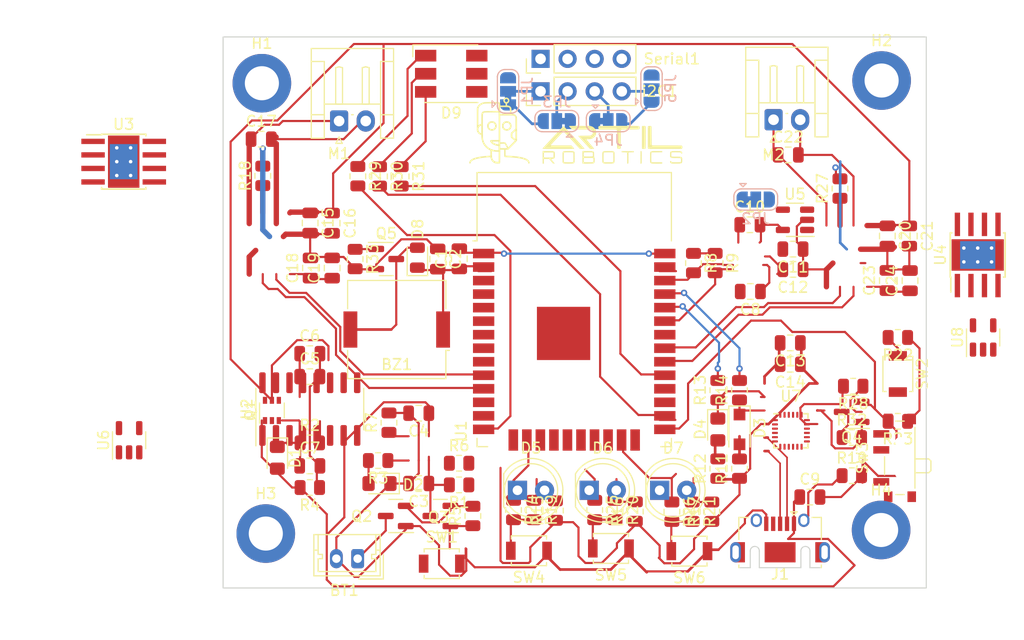
<source format=kicad_pcb>
(kicad_pcb (version 20211014) (generator pcbnew)
  (layers (0 "F.Cu" signal "Top") (31 "B.Cu" signal "Bottom") (34 "B.Paste" user) (35 "F.Paste" user) (36 "B.SilkS" user "B.Silkscreen") (37 "F.SilkS" user "F.Silkscreen") (38 "B.Mask" user) (39 "F.Mask" user) (44 "Edge.Cuts" user))
  (net 0 "")
  (net 1 "+9V")
  (net 2 "GND")
  (net 3 "+3V3")
  (net 4 "Net-(BZ1-Pad2)")
  (net 5 "+BATT")
  (net 6 "VBUS")
  (net 7 "/Motors/A02")
  (net 8 "+3V8")
  (net 9 "Net-(D2-Pad2)")
  (net 10 "Net-(D4-Pad2)")
  (net 11 "Net-(D5-Pad2)")
  (net 12 "Net-(D6-Pad2)")
  (net 13 "Net-(D7-Pad2)")
  (net 14 "Net-(D9-Pad1)")
  (net 15 "Net-(D9-Pad2)")
  (net 16 "Net-(D9-Pad3)")
  (net 17 "Net-(JP1-Pad2)")
  (net 18 "/Motors/A01")
  (net 19 "RTS")
  (net 20 "Boot")
  (net 21 "DTR")
  (net 22 "EN")
  (net 23 "TXD")
  (net 24 "RXD")
  (net 25 "/Motors/B02")
  (net 26 "/G_led")
  (net 27 "/Motors/B01")
  (net 28 "Net-(C20-Pad1)")
  (net 32 "TX2")
  (net 33 "RX2")
  (net 34 "+5V")
  (net 35 "Net-(JP3-Pad2)")
  (net 36 "Net-(JP4-Pad2)")
  (net 37 "Net-(JP5-Pad2)")
  (net 38 "Net-(JP2-Pad2)")
  (net 40 "Net-(C21-Pad1)")
  (net 42 "Net-(C24-Pad2)")
  (net 43 "Net-(J1-Pad6)")
  (net 44 "Net-(D1-Pad1)")
  (net 45 "Net-(D1-Pad2)")
  (net 46 "Net-(D2-Pad1)")
  (net 47 "/Sensors/IO1")
  (net 48 "/Sensors/IO2")
  (net 49 "/Sensors/IO3")
  (net 50 "/Brain/D+")
  (net 51 "/Brain/D-")
  (net 52 "/Brain/SCL")
  (net 53 "/Brain/SDA")
  (net 54 "Net-(Q1-Pad2)")
  (net 55 "Net-(Q1-Pad5)")
  (net 56 "Net-(Q3-Pad2)")
  (net 57 "Net-(Q4-Pad1)")
  (net 58 "/OutPuts/Buzzer")
  (net 59 "/Brain/Reset")
  (net 60 "Net-(R10-Pad1)")
  (net 61 "Net-(R11-Pad1)")
  (net 62 "/Brain/BattMeter")
  (net 63 "Net-(R13-Pad2)")
  (net 64 "Net-(R14-Pad1)")
  (net 65 "Net-(R17-Pad1)")
  (net 66 "/Sensors/SCL")
  (net 67 "/Sensors/SDA")
  (net 68 "Net-(R24-Pad2)")
  (net 69 "Net-(R25-Pad2)")
  (net 70 "Net-(R26-Pad2)")
  (net 71 "/OutPuts/R_led")
  (net 72 "/OutPuts/G_led")
  (net 73 "/OutPuts/B_led")
  (net 80 "/Brain/PWM_IN1A")
  (net 81 "/Brain/PWM_IN2A")
  (net 83 "/Brain/IO2")
  (net 84 "/Brain/R_led")
  (net 85 "/Brain/IO1")
  (net 92 "/Brain/IO3")
  (net 94 "/Brain/G_led")
  (net 95 "/Brain/B_led")
  (net 96 "/Brain/PWM_IN1B")
  (net 97 "/Brain/PWM_IN2B")
  (net 99 "/Brain/Buzzer")
  (net 112 "unconnected-(U8-Pad3)")
  (footprint "Button_Switch_SMD:SW_SPST_B3U-1000P" (layer "F.Cu") (at 101.1455 148.5535 180)
    (fp_text reference "SW4")
    (fp_text value "A")
  )
  (footprint "Package_SO:Texas_HTSOP-8-1EP_3.9x4.9mm_P1.27mm_EP2.95x4.9mm_Mask2.4x3.1mm_ThermalVias" (layer "F.Cu") (at 143.256 120.777 90)
    (fp_text reference "U4")
    (fp_text value "DRV8870DDA")
  )
  (footprint "LED_SMD:LED_0805_2012Metric_Pad1.15x1.40mm_HandSolder" (layer "F.Cu") (at 87.122 142.24 180)
    (fp_text reference "D2")
    (fp_text value "LED")
  )
  (footprint "Connector_JST:JST_EH_S2B-EH_1x02_P2.50mm_Horizontal" (layer "F.Cu") (at 124.099 108.077)
    (fp_text reference "M2")
    (fp_text value "Right")
  )
  (footprint "Sensor_Motion:InvenSense_QFN-24_3x3mm_P0.4mm" (layer "F.Cu") (at 125.73 137.287)
    (fp_text reference "U7")
    (fp_text value "MPU-9250")
  )
  (footprint "Capacitor_SMD:C_0805_2012Metric" (layer "F.Cu") (at 80.584 132.2015)
    (fp_text reference "C5")
    (fp_text value "10nF")
  )
  (footprint "Resistor_SMD:R_0805_2012Metric" (layer "F.Cu") (at 109.2245 144.7275 -90)
    (fp_text reference "R20")
    (fp_text value "1K")
  )
  (footprint "LED_SMD:LED_0805_2012Metric_Pad1.15x1.40mm_HandSolder" (layer "F.Cu") (at 118.872 137.16 -90)
    (fp_text reference "D4")
    (fp_text value "Done")
  )
  (footprint "Resistor_SMD:R_0805_2012Metric" (layer "F.Cu") (at 80.584 138.4245)
    (fp_text reference "R2")
    (fp_text value "10K")
  )
  (footprint "Capacitor_SMD:C_0805_2012Metric" (layer "F.Cu") (at 80.584 130.0425)
    (fp_text reference "C6")
    (fp_text value "0.1uF")
  )
  (footprint "Capacitor_SMD:C_0805_2012Metric" (layer "F.Cu") (at 82.677 117.79 -90)
    (fp_text reference "C16")
    (fp_text value "10uF")
  )
  (footprint "Capacitor_SMD:C_0805_2012Metric" (layer "F.Cu") (at 121.87748 117.94048)
    (fp_text reference "C10")
    (fp_text value "10uF")
  )
  (footprint "Capacitor_SMD:C_0805_2012Metric" (layer "F.Cu") (at 134.777 118.9915 -90)
    (fp_text reference "C20")
    (fp_text value "10uF")
  )
  (footprint "Resistor_SMD:R_0805_2012Metric" (layer "F.Cu") (at 80.584 142.6155 180)
    (fp_text reference "R4")
    (fp_text value "0")
  )
  (footprint "Capacitor_SMD:C_0805_2012Metric" (layer "F.Cu") (at 80.645 122.0025 90)
    (fp_text reference "C18")
    (fp_text value "1uF")
  )
  (footprint "MountingHole:MountingHole_3.2mm_M3_ISO14580_Pad_TopBottom" (layer "F.Cu") (at 134.192944 146.604056)
    (fp_text reference "H4")
    (fp_text value "MountingHole")
  )
  (footprint "Button_Switch_SMD:SW_SPST_B3U-1000P" (layer "F.Cu") (at 92.964 149.766)
    (fp_text reference "SW1")
    (fp_text value "Reset")
  )
  (footprint "Resistor_SMD:R_0805_2012Metric" (layer "F.Cu") (at 89.154 113.395 -90)
    (fp_text reference "R31")
    (fp_text value "1K")
  )
  (footprint "Package_TO_SOT_SMD:SOT-363_SC-70-6" (layer "F.Cu") (at 77.028 135.3765 90)
    (fp_text reference "Q1")
    (fp_text value "MBT3904DW1")
  )
  (footprint "Capacitor_SMD:C_0805_2012Metric" (layer "F.Cu") (at 125.91998 120.22648 180)
    (fp_text reference "C11")
    (fp_text value "0.1uF")
  )
  (footprint "Capacitor_SMD:C_0805_2012Metric" (layer "F.Cu") (at 125.665 131.039283 180)
    (fp_text reference "C14")
    (fp_text value "0.1uF")
  )
  (footprint "Resistor_SMD:R_0805_2012Metric" (layer "F.Cu") (at 87.122 113.395 -90)
    (fp_text reference "R30")
    (fp_text value "1K")
  )
  (footprint "Capacitor_SMD:C_0805_2012Metric" (layer "F.Cu") (at 125.665 129.032 180)
    (fp_text reference "C13")
    (fp_text value "3.3nF")
  )
  (footprint "Package_TO_SOT_SMD:SOT-23-5" (layer "F.Cu") (at 63.627 138.176 90)
    (fp_text reference "U6")
    (fp_text value "AP2112K-3.3")
  )
  (footprint "Resistor_SMD:R_0805_2012Metric" (layer "F.Cu") (at 85.09 113.379 -90)
    (fp_text reference "R29")
    (fp_text value "3K")
  )
  (footprint "Resistor_SMD:R_0805_2012Metric" (layer "F.Cu") (at 116.586 121.539 -90)
    (fp_text reference "R8")
    (fp_text value "100")
  )
  (footprint "Resistor_SMD:R_0805_2012Metric" (layer "F.Cu") (at 118.872 133.477 90)
    (fp_text reference "R13")
    (fp_text value "10K")
  )
  (footprint "Resistor_SMD:R_0805_2012Metric" (layer "F.Cu") (at 120.904 133.477 90)
    (fp_text reference "R14")
    (fp_text value "1K")
  )
  (footprint "MountingHole:MountingHole_3.2mm_M3_ISO14580_Pad_TopBottom" (layer "F.Cu") (at 76.086 104.648)
    (fp_text reference "H1")
    (fp_text value "MountingHole")
  )
  (footprint "Resistor_SMD:R_0805_2012Metric" (layer "F.Cu") (at 116.4635 144.8865 -90)
    (fp_text reference "R21")
    (fp_text value "1.5K")
  )
  (footprint "Resistor_SMD:R_0805_2012Metric" (layer "F.Cu") (at 135.763 128.524 180)
    (fp_text reference "R22")
    (fp_text value "1.5K")
  )
  (footprint "Capacitor_SMD:C_0805_2012Metric" (layer "F.Cu") (at 125.476 111.379)
    (fp_text reference "C22")
    (fp_text value "0.1uF")
  )
  (footprint "MountingHole:MountingHole_3.2mm_M3_ISO14580_Pad_TopBottom" (layer "F.Cu") (at 76.454 146.939)
    (fp_text reference "H3")
    (fp_text value "MountingHole")
  )
  (footprint "Capacitor_SMD:C_0805_2012Metric" (layer "F.Cu") (at 80.615 117.775 -90)
    (fp_text reference "C15")
    (fp_text value "10uF")
  )
  (footprint "Resistor_SMD:R_0805_2012Metric" (layer "F.Cu") (at 135.763 136.398 180)
    (fp_text reference "R23")
    (fp_text value "2.21K")
  )
  (footprint "Connector_Molex:Molex_Micro-Latch_53253-0270_1x02_P2.00mm_Vertical" (layer "F.Cu") (at 85.074 149.296 180)
    (fp_text reference "BT1")
    (fp_text value "2S")
  )
  (footprint "LED_THT:LED_D5.0mm" (layer "F.Cu") (at 106.802 142.875)
    (fp_text reference "D6")
    (fp_text value "Amarillo")
  )
  (footprint "Resistor_SMD:R_0805_2012Metric" (layer "F.Cu") (at 118.305 144.8865 90)
    (fp_text reference "R17")
    (fp_text value "2K")
  )
  (footprint "Diode_SMD:D_SOD-123F" (layer "F.Cu") (at 120.904 137.16 -90)
    (fp_text reference "D3")
    (fp_text value "MBR1020VL")
  )
  (footprint "Resistor_SMD:R_0805_2012Metric" (layer "F.Cu") (at 131.445 141.502717)
    (fp_text reference "R10")
    (fp_text value "0.2")
  )
  (footprint "Connector_PinHeader_2.54mm:PinHeader_1x04_P2.54mm_Vertical" (layer "F.Cu") (at 102.235 105.41 90)
    (fp_text reference "i2C1")
    (fp_text value "5V GND SCL SDA")
  )
  (footprint "LED_SMD:LED_RGB_5050-6" (layer "F.Cu") (at 93.853 103.759)
    (fp_text reference "D9")
    (fp_text value "LED_RGBK")
  )
  (footprint "MountingHole:MountingHole_3.2mm_M3_ISO14580_Pad_TopBottom" (layer "F.Cu") (at 134.239 104.394)
    (fp_text reference "H2")
    (fp_text value "MountingHole")
  )
  (footprint "LED_THT:LED_D5.0mm" (layer "F.Cu") (at 100.071 142.875)
    (fp_text reference "D5")
    (fp_text value "Verde")
  )
  (footprint "Connector_JST:JST_EH_S2B-EH_1x02_P2.50mm_Horizontal" (layer "F.Cu") (at 83.332 108.1965)
    (fp_text reference "M1")
    (fp_text value "Left")
  )
  (footprint "Package_TO_SOT_SMD:SOT-23" (layer "F.Cu") (at 87.757 121.158)
    (fp_text reference "Q5")
    (fp_text value "DMG3406L")
  )
  (footprint "Resistor_SMD:R_0805_2012Metric" (layer "F.Cu") (at 99.6995 144.7275 -90)
    (fp_text reference "R24")
    (fp_text value "1K")
  )
  (footprint "Capacitor_SMD:C_0805_2012Metric" (layer "F.Cu") (at 80.584 140.5835)
    (fp_text reference "C7")
    (fp_text value "47uF")
  )
  (footprint "LOGO" (layer "F.Cu") (at 105.537 109.093)
    (fp_text reference "G***" hide)
    (fp_text value "LOGO" hide)
  )
  (footprint "Resistor_SMD:R_0805_2012Metric" (layer "F.Cu") (at 118.618 121.539 -90)
    (fp_text reference "R9")
    (fp_text value "100")
  )
  (footprint "Capacitor_SMD:C_0805_2012Metric" (layer "F.Cu") (at 121.92 124.206 180)
    (fp_text reference "C8")
    (fp_text value "3.3nF")
  )
  (footprint "Capacitor_SMD:C_0805_2012Metric" (layer "F.Cu") (at 90.805 142.24 180)
    (fp_text reference "C3")
    (fp_text value "10uF")
  )
  (footprint "Resistor_SMD:R_0805_2012Metric" (layer "F.Cu") (at 84.836 121.158 -90)
    (fp_text reference "R33")
    (fp_text value "100K")
  )
  (footprint "Resistor_SMD:R_0805_2012Metric" (layer "F.Cu") (at 120.904 140.843 90)
    (fp_text reference "R11")
    (fp_text value "0.2")
  )
  (footprint "Capacitor_SMD:C_0805_2012Metric" (layer "F.Cu") (at 94.615 121.1365 90)
    (fp_text reference "C1")
    (fp_text value "10uF")
  )
  (footprint "Resistor_SMD:R_0805_2012Metric" (layer "F.Cu") (at 114.5585 144.8865 -90)
    (fp_text reference "R26")
    (fp_text value "1.5K")
  )
  (footprint "Resistor_SMD:R_0805_2012Metric" (layer "F.Cu") (at 86.995 140.081 180)
    (fp_text reference "R3")
    (fp_text value "1K")
  )
  (footprint "Resistor_SMD:R_0805_2012Metric" (layer "F.Cu") (at 107.3195 144.7275 -90)
    (fp_text reference "R25")
    (fp_text value "1K")
  )
  (footprint "Connector_PinHeader_2.54mm:PinHeader_1x04_P2.54mm_Vertical" (layer "F.Cu") (at 102.235 102.362 90)
    (fp_text reference "Serial1")
    (fp_text value "5V RX TX GND")
  )
  (footprint "Capacitor_SMD:C_0805_2012Metric" (layer "F.Cu") (at 136.906 123.19 90)
    (fp_text reference "C24")
    (fp_text value "0.1uF")
  )
  (footprint "Resistor_SMD:R_0805_2012Metric" (layer "F.Cu") (at 103.632 144.78 90)
    (fp_text reference "R15")
    (fp_text value "100K")
  )
  (footprint "LED_SMD:LED_0805_2012Metric_Pad1.15x1.40mm_HandSolder" (layer "F.Cu") (at 77.536 139.8215 -90)
    (fp_text reference "D1")
    (fp_text value "LED")
  )
  (footprint "Resistor_SMD:R_0805_2012Metric" (layer "F.Cu") (at 131.445 137.922)
    (fp_text reference "R32")
    (fp_text value "1K")
  )
  (footprint "Capacitor_SMD:C_0805_2012Metric" (layer "F.Cu") (at 82.682 122.0025 90)
    (fp_text reference "C19")
    (fp_text value "10uF")
  )
  (footprint "Resistor_SMD:R_0805_2012Metric" (layer "F.Cu") (at 111.1295 144.8705 90)
    (fp_text reference "R16")
    (fp_text value "1M")
  )
  (footprint "Resistor_SMD:R_0805_2012Metric" (layer "F.Cu") (at 94.5915 142.367 180)
    (fp_text reference "R1")
    (fp_text value "10K")
  )
  (footprint "Resistor_SMD:R_0805_2012Metric" (layer "F.Cu") (at 118.872 140.843 90)
    (fp_text reference "R12")
    (fp_text value "2M")
  )
  (footprint "Capacitor_SMD:C_0805_2012Metric" (layer "F.Cu") (at 127.508 143.51)
    (fp_text reference "C9")
    (fp_text value "0.1uF")
  )
  (footprint "Capacitor_SMD:C_0805_2012Metric" (layer "F.Cu") (at 76.023 109.901)
    (fp_text reference "C17")
    (fp_text value "10uF")
  )
  (footprint "Package_TO_SOT_SMD:SOT-23" (layer "F.Cu") (at 88.646 145.288 180)
    (fp_text reference "Q2")
    (fp_text value "DMG2301L")
  )
  (footprint "Package_SO:Texas_HTSOP-8-1EP_3.9x4.9mm_P1.27mm_EP2.95x4.9mm_Mask2.4x3.1mm_ThermalVias" (layer "F.Cu") (at 63.119 112.014)
    (fp_text reference "U3")
    (fp_text value "DRV8870DDA")
  )
  (footprint "Resistor_SMD:R_0805_2012Metric" (layer "F.Cu") (at 130.332 114.539 90)
    (fp_text reference "R27")
    (fp_text value "3K")
  )
  (footprint "Capacitor_SMD:C_0805_2012Metric" (layer "F.Cu") (at 136.839 118.999 -90)
    (fp_text reference "C21")
    (fp_text value "10uF")
  )
  (footprint "Resistor_SMD:R_0805_2012Metric" (layer "F.Cu") (at 101.6045 144.7275 -90)
    (fp_text reference "R19")
    (fp_text value "1K")
  )
  (footprint "Resistor_SMD:R_0805_2012Metric" (layer "F.Cu") (at 95.885 145.288 90)
    (fp_text reference "R5")
    (fp_text value "1K")
  )
  (footprint "Diode_SMD:D_0805_2012Metric" (layer "F.Cu") (at 90.678 121.031 90)
    (fp_text reference "D8")
    (fp_text value "1N4151")
  )
  (footprint "LED_THT:LED_D5.0mm" (layer "F.Cu") (at 113.411 142.875)
    (fp_text reference "D7")
    (fp_text value "Rojo")
  )
  (footprint "Capacitor_SMD:C_0805_2012Metric" (layer "F.Cu") (at 125.91998 122.13148 180)
    (fp_text reference "C12")
    (fp_text value "47uF")
  )
  (footprint "Package_SO:SOIC-16_3.9x9.9mm_P1.27mm" (layer "F.Cu") (at 80.584 135.2495 90)
    (fp_text reference "U2")
    (fp_text value "CH340C")
  )
  (footprint "Button_Switch_SMD:SW_SPDT_PCM12" (layer "F.Cu") (at 135.636 139.827 90)
    (fp_text reference "SW3")
    (fp_text value "SW_SPDT")
  )
  (footprint "Button_Switch_SMD:SW_SPST_B3U-1000P" (layer "F.Cu") (at 108.839 148.336 180)
    (fp_text reference "SW5")
    (fp_text value "B")
  )
  (footprint "Capacitor_SMD:C_0805_2012Metric" (layer "F.Cu") (at 90.805 135.636 180)
    (fp_text reference "C4")
    (fp_text value "10uF")
  )
  (footprint "RF_Module:ESP32-WROOM-32" (layer "F.Cu") (at 105.394 128.898)
    (fp_text reference "U1")
    (fp_text value "ESP32-WROOM-32")
  )
  (footprint "Package_TO_SOT_SMD:SOT-23" (layer "F.Cu") (at 92.837 145.288 180)
    (fp_text reference "Q3")
    (fp_text value "DMG2301L")
  )
  (footprint "Button_Switch_SMD:SW_SPST_B3U-1000P" (layer "F.Cu") (at 135.763 131.953 90)
    (fp_text reference "SW2")
    (fp_text value "Boot")
  )
  (footprint "Resistor_SMD:R_0805_2012Metric" (layer "F.Cu") (at 94.5915 140.335)
    (fp_text reference "R6")
    (fp_text value "1K")
  )
  (footprint "Button_Switch_SMD:SW_SPST_B3U-1000P" (layer "F.Cu") (at 116.205 148.59 180)
    (fp_text reference "SW6")
    (fp_text value "C")
  )
  (footprint "Package_TO_SOT_SMD:SOT-23-5" (layer "F.Cu") (at 143.764 128.524 90)
    (fp_text reference "U8")
    (fp_text value "LP2985-3.3")
  )
  (footprint "Buzzer_Beeper:Buzzer_Murata_PKMCS0909E" (layer "F.Cu") (at 88.741 127.778 180)
    (fp_text reference "BZ1")
    (fp_text value "Buzzer")
  )
  (footprint "Connector_USB:USB_Micro-AB_Molex_47590-0001" (layer "F.Cu") (at 124.714 148.695)
    (fp_text reference "J1")
    (fp_text value "USB_B_Micro")
    (fp_line (start 1.95 -0.125) (end 1.95 1.45) (layer "Edge.Cuts") (width 0.1))
    (fp_line (start 2.8 1.45) (end 3.75 1.45) (layer "Edge.Cuts") (width 0.1))
    (fp_line (start -1.95 1.45) (end 1.95 1.45) (layer "Edge.Cuts") (width 0.1))
    (fp_line (start -2.8 -0.125) (end -2.8 1.45) (layer "Edge.Cuts") (width 0.1))
    (fp_line (start 2.8 -0.125) (end 2.8 1.45) (layer "Edge.Cuts") (width 0.1))
    (fp_line (start -3.75 1.45) (end -2.8 1.45) (layer "Edge.Cuts") (width 0.1))
    (fp_line (start -1.95 -0.125) (end -1.95 1.45) (layer "Edge.Cuts") (width 0.1))
    (fp_arc (start -2.8 -0.125) (mid -2.375 -0.55) (end -1.95 -0.125) (layer "Edge.Cuts") (width 0.1))
    (fp_arc (start 1.95 -0.125) (mid 2.375 -0.55) (end 2.8 -0.125) (layer "Edge.Cuts") (width 0.1))
  )
  (footprint "Resistor_SMD:R_0805_2012Metric" (layer "F.Cu") (at 88.011 136.525 90)
    (fp_text reference "R7")
    (fp_text value "1K")
  )
  (footprint "Resistor_SMD:R_0805_2012Metric" (layer "F.Cu") (at 131.572 133.096 180)
    (fp_text reference "R28")
    (fp_text value "3K")
  )
  (footprint "Resistor_SMD:R_0805_2012Metric" (layer "F.Cu") (at 76.17 113.345 90)
    (fp_text reference "R18")
    (fp_text value "100K")
  )
  (footprint "Capacitor_SMD:C_0805_2012Metric" (layer "F.Cu") (at 134.777 123.175 90)
    (fp_text reference "C23")
    (fp_text value "2.2nF")
  )
  (footprint "Package_TO_SOT_SMD:SOT-23-5" (layer "F.Cu") (at 126.111 117.475 180)
    (fp_text reference "U5")
    (fp_text value "MCP73831-3-OT")
  )
  (footprint "Capacitor_SMD:C_0805_2012Metric" (layer "F.Cu") (at 92.583 121.158 -90)
    (fp_text reference "C2")
    (fp_text value "0.1uF")
  )
  (footprint "Package_TO_SOT_SMD:SOT-23" (layer "F.Cu") (at 131.429 135.509 180)
    (fp_text reference "Q4")
    (fp_text value "DMG2301L")
  )
  (footprint "Jumper:SolderJumper-3_P1.3mm_Bridged12_RoundedPad1.0x1.5mm" (layer "B.Cu") (at 112.649 105.156 90)
    (fp_text reference "JP5")
    (fp_text value "I2C Ad")
  )
  (footprint "Jumper:SolderJumper-3_P1.3mm_Bridged12_RoundedPad1.0x1.5mm" (layer "B.Cu") (at 108.585 108.204)
    (fp_text reference "JP4")
    (fp_text value "I2C Ad")
  )
  (footprint "Jumper:SolderJumper-3_P1.3mm_Bridged12_RoundedPad1.0x1.5mm" (layer "B.Cu") (at 103.759 108.204 180)
    (fp_text reference "JP3")
    (fp_text value "I2C Ad")
  )
  (footprint "Jumper:SolderJumper-3_P1.3mm_Bridged12_RoundedPad1.0x1.5mm" (layer "B.Cu") (at 122.428 115.57)
    (fp_text reference "JP2")
    (fp_text value "I2C Ad")
  )
  (footprint "Jumper:SolderJumper-3_P1.3mm_Bridged12_RoundedPad1.0x1.5mm" (layer "B.Cu") (at 99.187 105.41 90)
    (fp_text reference "JP1")
    (fp_text value "I2C Ad")
  )
  (gr_rect (start 72.446 100.302) (end 138.43 152.047) (layer "Edge.Cuts") (width 0.1) (fill none))
  (segment (start 89.5835 146.238) (end 89.5835 146.563638) (width 0.2) (layer "F.Cu") (net 2))
  (segment (start 123.255 132.842) (end 123.255 132.1825) (width 0.25) (layer "F.Cu") (net 2))
  (segment (start 110.5925 148.9675) (end 112.1945 150.5695) (width 0.25) (layer "F.Cu") (net 2))
  (segment (start 102.8455 148.5535) (end 102.8455 149.0945) (width 0.25) (layer "F.Cu") (net 2))
  (segment (start 96.057515 150.102522) (end 95.214 149.259007) (width 0.2) (layer "F.Cu") (net 2))
  (segment (start 95.263521 150.427174) (end 95.263521 148.385521) (width 0.2) (layer "F.Cu") (net 2))
  (segment (start 81.2425 142.3615) (end 81.4965 142.6155) (width 0.2) (layer "F.Cu") (net 2))
  (segment (start 116.0535 150.4905) (end 118.0855 148.4585) (width 0.25) (layer "F.Cu") (net 2))
  (segment (start 129.727797 151.895511) (end 131.699 149.924308) (width 0.2) (layer "F.Cu") (net 2))
  (segment (start 87.522382 134.61148) (end 83.82 138.313862) (width 0.2) (layer "F.Cu") (net 2))
  (segment (start 83.82 138.313862) (end 83.82 145.415) (width 0.2) (layer "F.Cu") (net 2))
  (segment (start 81.534 140.5835) (end 81.2425 140.875) (width 0.2) (layer "F.Cu") (net 2))
  (segment (start 105.2875 145.8705) (end 105.7955 146.3785) (width 0.2) (layer "F.Cu") (net 2))
  (segment (start 88.011 135.6125) (end 89.8315 135.6125) (width 0.2) (layer "F.Cu") (net 2))
  (segment (start 82.17448 147.06052) (end 82.17448 151.269502) (width 0.2) (layer "F.Cu") (net 2))
  (segment (start 88.147 142.24) (end 83.074 147.313) (width 0.2) (layer "F.Cu") (net 2))
  (segment (start 91.43148 134.61148) (end 87.522382 134.61148) (width 0.2) (layer "F.Cu") (net 2))
  (segment (start 93.679 142.367) (end 91.882 142.367) (width 0.2) (layer "F.Cu") (net 2))
  (segment (start 76.078 136.314) (end 76.078 139.7635) (width 0.2) (layer "F.Cu") (net 2))
  (segment (start 119.68402 133.57748) (end 118.872 134.3895) (width 0.2) (layer "F.Cu") (net 2))
  (segment (start 93.745521 150.895521) (end 94.795174 150.895521) (width 0.2) (layer "F.Cu") (net 2))
  (segment (start 122.914283 136.652) (end 121.90352 137.662763) (width 0.2) (layer "F.Cu") (net 2))
  (segment (start 81.25 118.8275) (end 78.3225 118.8275) (width 0.5) (layer "F.Cu") (net 2))
  (segment (start 91.8995 142.3845) (end 91.755 142.24) (width 0.2) (layer "F.Cu") (net 2))
  (segment (start 82.800489 151.895511) (end 129.727797 151.895511) (width 0.2) (layer "F.Cu") (net 2))
  (segment (start 132.4825 140.105717) (end 132.4825 142.100217) (width 0.25) (layer "F.Cu") (net 2))
  (segment (start 118.305 145.8865) (end 120.904 143.2875) (width 0.2) (layer "F.Cu") (net 2))
  (segment (start 83.754 120.965) (end 84.836 122.047) (width 0.2) (layer "F.Cu") (net 2))
  (segment (start 77.536 141.2215) (end 78.93 142.6155) (width 0.2) (layer "F.Cu") (net 2))
  (segment (start 123.293 120.91548) (end 123.75398 120.91548) (width 0.2) (layer "F.Cu") (net 2))
  (segment (start 91.882 142.367) (end 91.755 142.24) (width 0.2) (layer "F.Cu") (net 2))
  (segment (start 92.815506 120.566) (end 97.037 120.566) (width 0.2) (layer "F.Cu") (net 2))
  (segment (start 101.696478 150.102522) (end 96.057515 150.102522) (width 0.2) (layer "F.Cu") (net 2))
  (segment (start 123.414 145.145) (end 123.414 146.02) (width 0.2) (layer "F.Cu") (net 2))
  (segment (start 136.839 120.0365) (end 136.839 122.0855) (width 0.2) (layer "F.Cu") (net 2))
  (segment (start 91.755 140.0755) (end 91.755 142.24) (width 0.2) (layer "F.Cu") (net 2))
  (segment (start 122.91498 117.94048) (end 124.48898 117.94048) (width 0.2) (layer "F.Cu") (net 2))
  (segment (start 95.263521 148.385521) (end 95.214 148.336) (width 0.2) (layer "F.Cu") (net 2))
  (segment (start 132.4825 142.100217) (end 132.445 142.137717) (width 0.25) (layer "F.Cu") (net 2))
  (segment (start 121.412 145.972) (end 121.412 145.505953) (width 0.2) (layer "F.Cu") (net 2))
  (segment (start 78.3225 118.8275) (end 78.105 119.045) (width 0.5) (layer "F.Cu") (net 2))
  (segment (start 98.4785 149.485522) (end 98.695989 149.703011) (width 0.2) (layer "F.Cu") (net 2))
  (segment (start 81.2425 140.875) (end 81.2425 142.3615) (width 0.2) (layer "F.Cu") (net 2))
  (segment (start 88.147 142.24) (end 89.855 142.24) (width 0.2) (layer "F.Cu") (net 2))
  (segment (start 80.584 139.6335) (end 81.534 140.5835) (width 0.2) (layer "F.Cu") (net 2))
  (segment (start 116.6395 148.403522) (end 116.6395 147.4425) (width 0.2) (layer "F.Cu") (net 2))
  (segment (start 84.881 122.124) (end 84.677 121.92) (width 0.2) (layer "F.Cu") (net 2))
  (segment (start 112.2735 150.4905) (end 112.1945 150.5695) (width 0.2) (layer "F.Cu") (net 2))
  (segment (start 125.463511 147.445489) (end 126.014 146.895) (width 0.2) (layer "F.Cu") (net 2))
  (segment (start 82.17448 145.11848) (end 82.17448 147.06052) (width 0.2) (layer "F.Cu") (net 2))
  (segment (start 92.71 148.036711) (end 92.71 149.86) (width 0.2) (layer "F.Cu") (net 2))
  (segment (start 126.014 143.9665) (end 126.4705 143.51) (width 0.2) (layer "F.Cu") (net 2))
  (segment (start 82.682 120.965) (end 80.65 120.965) (width 0.2) (layer "F.Cu") (net 2))
  (segment (start 113.411 149.147) (end 113.3375 149.2205) (width 0.2) (layer "F.Cu") (net 2))
  (segment (start 126.014 146.895) (end 126.014 146.02) (width 0.2) (layer "F.Cu") (net 2))
  (segment (start 102.8455 148.5535) (end 102.8455 148.9535) (width 0.2) (layer "F.Cu") (net 2))
  (segment (start 80.584 133.1515) (end 80.584 136.387) (width 0.2) (layer "F.Cu") (net 2))
  (segment (start 97.037 120.566) (end 98.722 120.566) (width 0.2) (layer "F.Cu") (net 2))
  (segment (start 93.7745 146.238) (end 95.8475 146.238) (width 0.2) (layer "F.Cu") (net 2))
  (segment (start 124.48898 117.94048) (end 124.9735 118.425) (width 0.2) (layer "F.Cu") (net 2))
  (segment (start 133.903783 141.527) (end 135.636 141.527) (width 0.2) (layer "F.Cu") (net 2))
  (segment (start 76.078 139.7635) (end 77.536 141.2215) (width 0.2) (layer "F.Cu") (net 2))
  (segment (start 91.755 135.636) (end 91.755 137.8005) (width 0.2) (layer "F.Cu") (net 2))
  (segment (start 92.71 149.86) (end 93.745521 150.895521) (width 0.2) (layer "F.Cu") (net 2))
  (segment (start 82.17448 151.269502) (end 82.800489 151.895511) (width 0.2) (layer "F.Cu") (net 2))
  (segment (start 90.911289 146.238) (end 92.71 148.036711) (width 0.2) (layer "F.Cu") (net 2))
  (segment (start 87.7085 145.288) (end 87.7085 146.6615) (width 0.2) (layer "F.Cu") (net 2))
  (segment (start 136.839 122.0855) (end 136.906 122.1525) (width 0.2) (layer "F.Cu") (net 2))
  (segment (start 113.3375 149.2205) (end 113.8455 149.7285) (width 0.2) (layer "F.Cu") (net 2))
  (segment (start 91.755 140.0755) (end 91.755 139.727283) (width 0.2) (layer "F.Cu") (net 2))
  (segment (start 120.904 141.843) (end 118.618 141.843) (width 0.25) (layer "F.Cu") (net 2))
  (segment (start 123.03948 144.77048) (end 123.414 145.145) (width 0.2) (layer "F.Cu") (net 2))
  (segment (start 132.267 120.239) (end 135.222 120.239) (width 0.5) (layer "F.Cu") (net 2))
  (segment (start 77.0605 109.901) (end 83.754638 109.901) (width 0.2) (layer "F.Cu") (net 2))
  (segment (start 124.6275 130.81) (end 124.6275 128.778) (width 0.25) (layer "F.Cu") (net 2))
  (segment (start 110.5925 148.5535) (end 110.5925 148.9675) (width 0.25) (layer "F.Cu") (net 2))
  (segment (start 113.8455 149.7285) (end 115.314522 149.7285) (width 0.2) (layer "F.Cu") (net 2))
  (segment (start 122.147473 144.77048) (end 123.03948 144.77048) (width 0.2) (layer "F.Cu") (net 2))
  (segment (start 136.891 122.1375) (end 136.906 122.1525) (width 0.2) (layer "F.Cu") (net 2))
  (segment (start 91.8995 145.288) (end 91.8995 142.3845) (width 0.2) (layer "F.Cu") (net 2))
  (segment (start 120.904 143.2875) (end 120.904 141.843) (width 0.2) (layer "F.Cu") (net 2))
  (segment (start 128.205 132.842) (end 127.441072 132.842) (width 0.25) (layer "F.Cu") (net 2))
  (segment (start 107.980989 149.703011) (end 109.4005 148.2835) (width 0.2) (layer "F.Cu") (net 2))
  (segment (start 95.8475 146.238) (end 95.885 146.2005) (width 0.2) (layer "F.Cu") (net 2))
  (segment (start 91.755 134.935) (end 91.43148 134.61148) (width 0.2) (layer "F.Cu") (net 2))
  (segment (start 113.953 120.65) (end 114.037 120.566) (width 0.2) (layer "F.Cu") (net 2))
  (segment (start 86.8195 122.108) (end 86.8195 121.659783) (width 0.2) (layer "F.Cu") (net 2))
  (segment (start 89.5835 146.563638) (end 85.144138 151.003) (width 0.2) (layer "F.Cu") (net 2))
  (segment (start 90.805 140.0755) (end 90.805 141.29) (width 0.2) (layer "F.Cu") (net 2))
  (segment (start 128.5455 143.51) (end 130.437717 143.51) (width 0.2) (layer "F.Cu") (net 2))
  (segment (start 121.412 145.505953) (end 122.147473 144.77048) (width 0.2) (layer "F.Cu") (net 2))
  (segment (start 86.7875 122.124) (end 84.881 122.124) (width 0.2) (layer "F.Cu") (net 2))
  (segment (start 84.781 151.003) (end 83.074 149.296) (width 0.2) (layer "F.Cu") (net 2))
  (segment (start 80.615 118.8125) (end 82.759 118.8125) (width 0.2) (layer "F.Cu") (net 2))
  (segment (start 116.0535 150.4905) (end 112.2735 150.4905) (width 0.2) (layer "F.Cu") (net 2))
  (segment (start 108.8305 150.3155) (end 110.5925 148.5535) (width 0.25) (layer "F.Cu") (net 2))
  (segment (start 105.7955 149.055522) (end 106.442989 149.703011) (width 0.2) (layer "F.Cu") (net 2))
  (segment (start 94.795174 150.895521) (end 95.263521 150.427174) (width 0.2) (layer "F.Cu") (net 2))
  (segment (start 85.459138 108.1965) (end 85.832 108.1965) (width 0.2) (layer "F.Cu") (net 2))
  (segment (start 113.411 148.0645) (end 113.411 149.147) (width 0.2) (layer "F.Cu") (net 2))
  (segment (start 80.615 118.8125) (end 80.615 120.93) (width 0.2) (layer "F.Cu") (net 2))
  (segment (start 109.4005 147.846478) (end 111.4325 145.814478) (width 0.2) (layer "F.Cu") (net 2))
  (segment (start 111.1295 145.783) (end 113.411 148.0645) (width 0.2) (layer "F.Cu") (net 2))
  (segment (start 81.2525 118.825) (end 81.25 118.8275) (width 0.25) (layer "F.Cu") (net 2))
  (segment (start 89.855 135.636) (end 90.805 136.586) (width 0.2) (layer "F.Cu") (net 2))
  (segment (start 81.534 130.0425) (end 81.534 132.2015) (width 0.2) (layer "F.Cu") (net 2))
  (segment (start 132.4825 140.105717) (end 133.903783 141.527) (width 0.2) (layer "F.Cu") (net 2))
  (segment (start 101.2725 149.5535) (end 101.2725 148.227478) (width 0.2) (layer "F.Cu") (net 2))
  (segment (start 106.442989 149.703011) (end 107.980989 149.703011) (width 0.2) (layer "F.Cu") (net 2))
  (segment (start 82.682 120.965) (end 83.754 120.965) (width 0.2) (layer "F.Cu") (net 2))
  (segment (start 126.014 146.02) (end 126.014 143.9665) (width 0.2) (layer "F.Cu") (net 2))
  (segment (start 79.6715 142.6155) (end 82.17448 145.11848) (width 0.2) (layer "F.Cu") (net 2))
  (segment (start 81.534 132.2015) (end 80.584 133.1515) (width 0.2) (layer "F.Cu") (net 2))
  (segment (start 89.5835 146.238) (end 90.911289 146.238) (width 0.2) (layer "F.Cu") (net 2))
  (segment (start 83.82 145.415) (end 82.17448 147.06052) (width 0.2) (layer "F.Cu") (net 2))
  (segment (start 121.90352 140.84348) (end 120.904 141.843) (width 0.2) (layer "F.Cu") (net 2))
  (segment (start 83.074 147.313) (end 83.074 149.296) (width 0.2) (layer "F.Cu") (net 2))
  (segment (start 101.122989 149.703011) (end 101.2725 149.5535) (width 0.2) (layer "F.Cu") (net 2))
  (segment (start 109.4005 148.2835) (end 109.4005 147.846478) (width 0.2) (layer "F.Cu") (net 2))
  (segment (start 80.584 136.387) (end 80.584 139.6335) (width 0.2) (layer "F.Cu") (net 2))
  (segment (start 91.755 135.636) (end 91.755 134.935) (width 0.2) (layer "F.Cu") (net 2))
  (segment (start 123.631072 136.652) (end 123.255 136.652) (width 0.25) (layer "F.Cu") (net 2))
  (segment (start 101.2725 148.227478) (end 103.9395 145.560478) (width 0.2) (layer "F.Cu") (net 2))
  (segment (start 95.214 149.259007) (end 95.214 148.336) (width 0.2) (layer "F.Cu") (net 2))
  (segment (start 98.695989 149.703011) (end 101.122989 149.703011) (width 0.2) (layer "F.Cu") (net 2))
  (segment (start 89.172803 119.30648) (end 91.555986 119.30648) (width 0.2) (layer "F.Cu") (net 2))
  (segment (start 112.395 120.65) (end 113.953 120.65) (width 0.2) (layer "F.Cu") (net 2))
  (segment (start 93.714 148.336) (end 93.714 146.2985) (width 0.2) (layer "F.Cu") (net 2))
  (segment (start 102.8455 148.9535) (end 101.696478 150.102522) (width 0.2) (layer "F.Cu") (net 2))
  (segment (start 98.722 120.566) (end 98.806 120.65) (width 0.2) (layer "F.Cu") (net 2))
  (segment (start 93.714 146.2985) (end 93.7745 146.238) (width 0.2) (layer "F.Cu") (net 2))
  (segment (start 126.7025 130.81) (end 126.7025 131.3395) (width 0.25) (layer "F.Cu") (net 2))
  (segment (start 90.805 136.586) (end 90.805 140.0755) (width 0.2) (layer "F.Cu") (net 2))
  (segment (start 103.6365 145.8705) (end 105.2875 145.8705) (width 0.2) (layer "F.Cu") (net 2))
  (segment (start 91.555986 119.30648) (end 92.815506 120.566) (width 0.2) (layer "F.Cu") (net 2))
  (segment (start 77.44 117.8285) (end 77.44 110.311) (width 0.5) (layer "F.Cu") (net 2))
  (segment (start 123.75398 120.91548) (end 124.96998 122.13148) (width 0.2) (layer "F.Cu") (net 2))
  (segment (start 121.90352 137.662763) (end 121.90352 140.84348) (width 0.2) (layer "F.Cu") (net 2))
  (segment (start 98.4785 140.769362) (end 98.4785 149.485522) (width 0.2) (layer "F.Cu") (net 2))
  (segment (start 90.805 141.29) (end 89.855 142.24) (width 0.2) (layer "F.Cu") (net 2))
  (segment (start 115.314522 149.7285) (end 116.6395 148.403522) (width 0.2) (layer "F.Cu") (net 2))
  (segment (start 122.914283 134.112) (end 123.255 134.112) (width 0.2) (layer "F.Cu") (net 2))
  (segment (start 130.437717 143.51) (end 132.445 141.502717) (width 0.2) (layer "F.Cu") (net 2))
  (segment (start 105.7955 146.3785) (end 105.7955 149.055522) (width 0.2) (layer "F.Cu") (net 2))
  (segment (start 126.7025 128.778) (end 126.7025 130.81) (width 0.25) (layer "F.Cu") (net 2))
  (segment (start 135.222 120.239) (end 135.432 120.029) (width 0.5) (layer "F.Cu") (net 2))
  (segment (start 124.44748 122.56648) (end 124.88248 122.13148) (width 0.2) (layer "F.Cu") (net 2))
  (segment (start 86.8195 121.659783) (end 89.172803 119.30648) (width 0.2) (layer "F.Cu") (net 2))
  (segment (start 123.255 134.112) (end 122.72048 133.57748) (width 0.2) (layer "F.Cu") (net 2))
  (segment (start 134.777 120.029) (end 134.777 122.1375) (width 0.2) (layer "F.Cu") (net 2))
  (segment (start 123.255 136.652) (end 122.914283 136.652) (width 0.2) (layer "F.Cu") (net 2))
  (segment (start 122.62348 117.97798) (end 122.66098 117.94048) (width 0.2) (layer "F.Cu") (net 2))
  (segment (start 116.6395 147.4425) (end 118.608 145.474) (width 0.2) (layer "F.Cu") (net 2))
  (segment (start 126.7025 131.3395) (end 128.205 132.842) (width 0.25) (layer "F.Cu") (net 2))
  (segment (start 122.72048 133.57748) (end 119.68402 133.57748) (width 0.2) (layer "F.Cu") (net 2))
  (segment (start 134.792 124.2275) (end 134.777 124.2125) (width 0.2) (layer "F.Cu") (net 2))
  (segment (start 77.42 109.696) (end 77.2075 109.9085) (width 0.5) (layer "F.Cu") (net 2))
  (segment (start 118.9255 148.4585) (end 118.0855 148.4585) (width 0.25) (layer "F.Cu") (net 2))
  (segment (start 78.93 142.6155) (end 79.6715 142.6155) (width 0.2) (layer "F.Cu") (net 2))
  (segment (start 134.3285 123.764) (end 134.777 124.2125) (width 0.2) (layer "F.Cu") (net 2))
  (segment (start 136.906 124.2275) (end 134.792 124.2275) (width 0.2) (layer "F.Cu") (net 2))
  (segment (start 89.8315 135.6125) (end 89.855 135.636) (width 0.2) (layer "F.Cu") (net 2))
  (segment (start 102.8455 149.0945) (end 104.0665 150.3155) (width 0.25) (layer "F.Cu") (net 2))
  (segment (start 118.9255 148.4585) (end 121.412 145.972) (width 0.2) (layer "F.Cu") (net 2))
  (segment (start 132.872 123.764) (end 134.3285 123.764) (width 0.2) (layer "F.Cu") (net 2))
  (segment (start 118.872 134.3895) (end 118.872 136.135) (width 0.2) (layer "F.Cu") (net 2))
  (segment (start 127.441072 132.842) (end 123.631072 136.652) (width 0.25) (layer "F.Cu") (net 2))
  (segment (start 134.777 122.1375) (end 136.891 122.1375) (width 0.2) (layer "F.Cu") (net 2))
  (segment (start 104.0665 150.3155) (end 108.8305 150.3155) (width 0.25) (layer "F.Cu") (net 2))
  (segment (start 87.7085 146.6615) (end 85.074 149.296) (width 0.2) (layer "F.Cu") (net 2))
  (segment (start 122.91498 117.94048) (end 122.91498 119.4935) (width 0.2) (layer "F.Cu") (net 2))
  (segment (start 122.91498 119.4935) (end 122.793 119.61548) (width 0.2) (layer "F.Cu") (net 2))
  (segment (start 129.220181 147.445489) (end 125.463511 147.445489) (width 0.2) (layer "F.Cu") (net 2))
  (segment (start 85.144138 151.003) (end 84.781 151.003) (width 0.2) (layer "F.Cu") (net 2))
  (segment (start 131.699 149.924308) (end 129.220181 147.445489) (width 0.2) (layer "F.Cu") (net 2))
  (segment (start 80.615 120.93) (end 80.65 120.965) (width 0.2) (layer "F.Cu") (net 2))
  (segment (start 83.754638 109.901) (end 85.459138 108.1965) (width 0.2) (layer "F.Cu") (net 2))
  (segment (start 123.255 132.1825) (end 124.6275 130.81) (width 0.25) (layer "F.Cu") (net 2))
  (via (at 98.806 120.65) (size 0.6) (drill 0.3) (layers "F.Cu" "B.Cu") (net 2))
  (via (at 112.395 120.65) (size 0.6) (drill 0.3) (layers "F.Cu" "B.Cu") (net 2))
  (segment (start 109.885 108.458) (end 110.647 108.458) (width 0.25) (layer "B.Cu") (net 2))
  (segment (start 110.647 108.458) (end 112.649 106.456) (width 0.25) (layer "B.Cu") (net 2))
  (segment (start 130.967 120.239) (end 130.352 119.624) (width 0.25) (layer "B.Cu") (net 2))
  (segment (start 130.352 119.624) (end 130.352 112.0065) (width 0.25) (layer "B.Cu") (net 2))
  (segment (start 98.806 120.65) (end 112.395 120.65) (width 0.2) (layer "B.Cu") (net 2))
  (segment (start 79.6715 138.4245) (end 79.6715 140.546) (width 0.2) (layer "F.Cu") (net 3))
  (segment (start 96.402 122.294) (end 97.602 122.294) (width 0.2) (layer "F.Cu") (net 3))
  (segment (start 136.763 128.524) (end 137.795 129.556) (width 0.2) (layer "F.Cu") (net 3))
  (segment (start 79.561 136.314) (end 79.634 136.387) (width 0.2) (layer "F.Cu") (net 3))
  (segment (start 136.6755 128.524) (end 136.763 128.524) (width 0.2) (layer "F.Cu") (net 3))
  (segment (start 90.905 122.1955) (end 90.678 121.9685) (width 0.2) (layer "F.Cu") (net 3))
  (segment (start 77.978 136.314) (end 79.561 136.314) (width 0.2) (layer "F.Cu") (net 3))
  (segment (start 79.6715 140.546) (end 79.634 140.5835) (width 0.2) (layer "F.Cu") (net 3))
  (segment (start 93.091 128.032) (end 93.091 122.220362) (width 0.2) (layer "F.Cu") (net 3))
  (segment (start 92.583 122.1955) (end 90.905 122.1955) (width 0.2) (layer "F.Cu") (net 3))
  (segment (start 94.5935 122.1955) (end 92.583 122.1955) (width 0.2) (layer "F.Cu") (net 3))
  (segment (start 89.855 137.8005) (end 88.374 137.8005) (width 0.2) (layer "F.Cu") (net 3))
  (segment (start 94.953 121.836) (end 94.615 122.174) (width 0.2) (layer "F.Cu") (net 3))
  (segment (start 79.634 136.387) (end 79.634 138.387) (width 0.2) (layer "F.Cu") (net 3))
  (segment (start 79.6715 138.4245) (end 79.6685 138.4215) (width 0.2) (layer "F.Cu") (net 3))
  (segment (start 88.374 137.8005) (end 88.011 137.4375) (width 0.2) (layer "F.Cu") (net 3))
  (segment (start 136.763 136.398) (end 137.795 135.366) (width 0.2) (layer "F.Cu") (net 3))
  (segment (start 82.682 123.04) (end 80.65 123.04) (width 0.2) (layer "F.Cu") (net 3))
  (segment (start 79.634 138.387) (end 79.6715 138.4245) (width 0.2) (layer "F.Cu") (net 3))
  (segment (start 78.71 122.57) (end 80.18 122.57) (width 0.2) (layer "F.Cu") (net 3))
  (segment (start 80.18 122.57) (end 80.65 123.04) (width 0.2) (layer "F.Cu") (net 3))
  (segment (start 94.615 122.174) (end 94.5935 122.1955) (width 0.2) (layer "F.Cu") (net 3))
  (segment (start 97.037 121.836) (end 94.953 121.836) (width 0.2) (layer "F.Cu") (net 3))
  (segment (start 79.6685 138.4215) (end 77.536 138.4215) (width 0.2) (layer "F.Cu") (net 3))
  (segment (start 137.795 135.366) (end 137.795 129.556) (width 0.2) (layer "F.Cu") (net 3))
  (segment (start 101.443 108.458) (end 102.459 108.458) (width 0.25) (layer "B.Cu") (net 3))
  (segment (start 99.695 106.71) (end 101.443 108.458) (width 0.25) (layer "B.Cu") (net 3))
  (segment (start 136.839 111.943057) (end 136.839 117.9615) (width 0.2) (layer "F.Cu") (net 4))
  (segment (start 125.860943 100.965) (end 136.839 111.943057) (width 0.2) (layer "F.Cu") (net 4))
  (segment (start 90.678 120.0935) (end 89.759 120.0935) (width 0.2) (layer "F.Cu") (net 4))
  (segment (start 84.391 127.778) (end 88.233 127.778) (width 0.25) (layer "F.Cu") (net 4))
  (segment (start 73.152 110.144862) (end 75.149351 108.147511) (width 0.2) (layer "F.Cu") (net 4))
  (segment (start 88.6945 127.3165) (end 88.233 127.778) (width 0.2) (layer "F.Cu") (net 4))
  (segment (start 82.774 113.117862) (end 87.503 108.388862) (width 0.2) (layer "F.Cu") (net 4))
  (segment (start 75.149351 108.147511) (end 77.535546 108.147511) (width 0.2) (layer "F.Cu") (net 4))
  (segment (start 77.028 131.146362) (end 77.028 134.439) (width 0.2) (layer "F.Cu") (net 4))
  (segment (start 136.839 117.9615) (end 134.7845 117.9615) (width 0.2) (layer "F.Cu") (net 4))
  (segment (start 77.535546 108.147511) (end 84.718057 100.965) (width 0.2) (layer "F.Cu") (net 4))
  (segment (start 73.152 110.144862) (end 73.152 130.563) (width 0.2) (layer "F.Cu") (net 4))
  (segment (start 132.872 118.014) (end 135.372 118.014) (width 0.5) (layer "F.Cu") (net 4))
  (segment (start 80.615 116.7375) (end 82.759 116.7375) (width 0.2) (layer "F.Cu") (net 4))
  (segment (start 87.503 108.388862) (end 87.503 100.965) (width 0.2) (layer "F.Cu") (net 4))
  (segment (start 82.33352 130.65402) (end 82.33352 129.339882) (width 0.2) (layer "F.Cu") (net 4))
  (segment (start 134.7845 117.9615) (end 134.777 117.954) (width 0.2) (layer "F.Cu") (net 4))
  (segment (start 82.33352 129.339882) (end 81.771638 128.778) (width 0.2) (layer "F.Cu") (net 4))
  (segment (start 82.774 116.7525) (end 82.774 113.117862) (width 0.2) (layer "F.Cu") (net 4))
  (segment (start 81.25 116.7525) (end 78.7775 116.7525) (width 0.5) (layer "F.Cu") (net 4))
  (segment (start 79.396362 128.778) (end 77.028 131.146362) (width 0.2) (layer "F.Cu") (net 4))
  (segment (start 81.771638 128.778) (end 79.396362 128.778) (width 0.2) (layer "F.Cu") (net 4))
  (segment (start 73.152 130.563) (end 77.028 134.439) (width 0.2) (layer "F.Cu") (net 4))
  (segment (start 88.6945 121.158) (end 88.6945 127.3165) (width 0.2) (layer "F.Cu") (net 4))
  (segment (start 87.503 100.965) (end 125.860943 100.965) (width 0.2) (layer "F.Cu") (net 4))
  (segment (start 89.759 120.0935) (end 88.6945 121.158) (width 0.2) (layer "F.Cu") (net 4))
  (segment (start 84.718057 100.965) (end 87.503 100.965) (width 0.2) (layer "F.Cu") (net 4))
  (segment (start 78.7775 116.7525) (end 78.71 116.82) (width 0.5) (layer "F.Cu") (net 4))
  (segment (start 130.429 137.922) (end 130.429 137.525) (width 0.25) (layer "F.Cu") (net 5))
  (segment (start 129.062 123.764) (end 129.062 122.144) (width 0.5) (layer "F.Cu") (net 5))
  (segment (start 131.004 135.509) (end 130.479 135.509) (width 0.2) (layer "F.Cu") (net 5))
  (segment (start 126.28648 119.55548) (end 126.95748 120.22648) (width 0.2) (layer "F.Cu") (net 5))
  (segment (start 79.634 130.0425) (end 79.634 132.2015) (width 0.2) (layer "F.Cu") (net 5))
  (segment (start 131.103511 135.608511) (end 131.004 135.509) (width 0.2) (layer "F.Cu") (net 5))
  (segment (start 131.103511 136.739489) (end 131.103511 135.608511) (width 0.2) (layer "F.Cu") (net 5))
  (segment (start 126.900283 117.475) (end 126.28648 118.088803) (width 0.2) (layer "F.Cu") (net 5))
  (segment (start 130.445 137.922) (end 130.445 137.398) (width 0.2) (layer "F.Cu") (net 5))
  (segment (start 127.2485 117.475) (end 126.900283 117.475) (width 0.2) (layer "F.Cu") (net 5))
  (segment (start 129.07452 122.13148) (end 129.667 121.539) (width 0.2) (layer "F.Cu") (net 5))
  (segment (start 126.86998 122.13148) (end 129.07452 122.13148) (width 0.2) (layer "F.Cu") (net 5))
  (segment (start 130.445 137.398) (end 131.103511 136.739489) (width 0.2) (layer "F.Cu") (net 5))
  (segment (start 126.28648 118.088803) (end 126.28648 119.55548) (width 0.2) (layer "F.Cu") (net 5))
  (segment (start 79.634 132.2015) (end 79.634 134.112) (width 0.2) (layer "F.Cu") (net 5))
  (segment (start 126.86998 120.22648) (end 126.86998 122.13148) (width 0.2) (layer "F.Cu") (net 5))
  (segment (start 129.062 122.144) (end 129.667 121.539) (width 0.5) (layer "F.Cu") (net 5))
  (segment (start 120.904 139.843) (end 120.904 137.804) (width 0.25) (layer "F.Cu") (net 6))
  (segment (start 83.332 108.1965) (end 78.051551 108.1965) (width 0.2) (layer "F.Cu") (net 7))
  (segment (start 74.92 109.696) (end 75.1325 109.9085) (width 0.5) (layer "F.Cu") (net 7))
  (segment (start 123.49348 121.71548) (end 123.698 121.92) (width 0.2) (layer "F.Cu") (net 7))
  (segment (start 123.12348 121.71548) (end 123.49348 121.71548) (width 0.2) (layer "F.Cu") (net 7))
  (segment (start 78.051551 108.1965) (end 77.701028 108.547022) (width 0.2) (layer "F.Cu") (net 7))
  (segment (start 74.9 117.8285) (end 74.9 110.141) (width 0.5) (layer "F.Cu") (net 7))
  (segment (start 123.698 123.38046) (end 122.66098 124.41748) (width 0.2) (layer "F.Cu") (net 7))
  (segment (start 74.9 110.141) (end 75.1325 109.9085) (width 0.5) (layer "F.Cu") (net 7))
  (segment (start 77.701028 108.547022) (end 76.339478 108.547022) (width 0.2) (layer "F.Cu") (net 7))
  (segment (start 76.339478 108.547022) (end 74.9855 109.901) (width 0.2) (layer "F.Cu") (net 7))
  (segment (start 123.698 121.92) (end 123.698 123.38046) (width 0.2) (layer "F.Cu") (net 7))
  (segment (start 120.793 117.98746) (end 120.793 119.61548) (width 0.2) (layer "F.Cu") (net 8))
  (segment (start 120.83998 117.94048) (end 120.793 117.98746) (width 0.2) (layer "F.Cu") (net 8))
  (segment (start 120.62348 117.97798) (end 120.58598 117.94048) (width 0.2) (layer "F.Cu") (net 8))
  (segment (start 115.654 124.376) (end 115.697 124.333) (width 0.2) (layer "F.Cu") (net 10))
  (segment (start 120.904 132.5645) (end 120.904 131.445) (width 0.2) (layer "F.Cu") (net 10))
  (segment (start 114.037 124.376) (end 115.654 124.376) (width 0.2) (layer "F.Cu") (net 10))
  (segment (start 118.618 139.843) (end 118.618 137.813) (width 0.25) (layer "F.Cu") (net 10))
  (via (at 115.697 124.333) (size 0.6) (drill 0.3) (layers "F.Cu" "B.Cu") (net 10))
  (via (at 120.904 131.445) (size 0.6) (drill 0.3) (layers "F.Cu" "B.Cu") (net 10))
  (segment (start 120.904 129.54) (end 120.904 131.445) (width 0.2) (layer "B.Cu") (net 10))
  (segment (start 115.697 124.333) (end 120.904 129.54) (width 0.2) (layer "B.Cu") (net 10))
  (segment (start 101.8675 141.8225) (end 101.8675 143.552) (width 0.2) (layer "F.Cu") (net 11))
  (segment (start 99.6995 143.815) (end 99.6995 141.9405) (width 0.2) (layer "F.Cu") (net 11))
  (segment (start 101.092 138.076) (end 101.092 140.548) (width 0.2) (layer "F.Cu") (net 11))
  (segment (start 101.092 140.548) (end 99.8175 141.8225) (width 0.2) (layer "F.Cu") (net 11))
  (segment (start 99.6995 141.9405) (end 99.8175 141.8225) (width 0.2) (layer "F.Cu") (net 11))
  (segment (start 101.8675 143.552) (end 101.6045 143.815) (width 0.2) (layer "F.Cu") (net 11))
  (segment (start 109.3605 143.679) (end 109.2245 143.815) (width 0.2) (layer "F.Cu") (net 12))
  (segment (start 109.3675 143.958) (end 109.2245 143.815) (width 0.2) (layer "F.Cu") (net 12))
  (segment (start 109.3605 141.8225) (end 109.3605 143.679) (width 0.2) (layer "F.Cu") (net 12))
  (segment (start 111.1295 143.958) (end 109.3675 143.958) (width 0.2) (layer "F.Cu") (net 12))
  (segment (start 109.982 138.076) (end 109.982 139.276) (width 0.2) (layer "F.Cu") (net 13))
  (segment (start 116.078 136.235) (end 115.237 137.076) (width 0.2) (layer "F.Cu") (net 13))
  (segment (start 112.4335 141.7275) (end 114.5495 141.7275) (width 0.2) (layer "F.Cu") (net 13))
  (segment (start 114.5495 141.7275) (end 114.9395 141.3375) (width 0.2) (layer "F.Cu") (net 13))
  (segment (start 134.763 136.398) (end 135.636 137.271) (width 0.2) (layer "F.Cu") (net 13))
  (segment (start 116.5995 143.838) (end 116.4635 143.974) (width 0.2) (layer "F.Cu") (net 13))
  (segment (start 130.80148 128.00748) (end 125.859486 128.00748) (width 0.2) (layer "F.Cu") (net 13))
  (segment (start 114.5495 143.965) (end 114.5585 143.974) (width 0.2) (layer "F.Cu") (net 13))
  (segment (start 133.224 134.859) (end 132.379 134.859) (width 0.2) (layer "F.Cu") (net 13))
  (segment (start 134.763 136.398) (end 133.612 135.247) (width 0.2) (layer "F.Cu") (net 13))
  (segment (start 116.6385 143.7115) (end 116.4635 143.8865) (width 0.5) (layer "F.Cu") (net 13))
  (segment (start 125.859486 128.00748) (end 124.792986 126.94098) (width 0.2) (layer "F.Cu") (net 13))
  (segment (start 133.612 135.247) (end 133.612 130.818) (width 0.2) (layer "F.Cu") (net 13))
  (segment (start 118.305 143.974) (end 116.4635 143.974) (width 0.2) (layer "F.Cu") (net 13))
  (segment (start 124.792986 126.94098) (end 121.989882 126.94098) (width 0.2) (layer "F.Cu") (net 13))
  (segment (start 116.078 132.852862) (end 116.078 136.235) (width 0.2) (layer "F.Cu") (net 13))
  (segment (start 115.237 137.076) (end 114.037 137.076) (width 0.2) (layer "F.Cu") (net 13))
  (segment (start 114.5495 141.7275) (end 114.5495 143.965) (width 0.2) (layer "F.Cu") (net 13))
  (segment (start 135.636 137.271) (end 135.636 138.127) (width 0.2) (layer "F.Cu") (net 13))
  (segment (start 109.982 139.276) (end 112.4335 141.7275) (width 0.2) (layer "F.Cu") (net 13))
  (segment (start 116.5995 141.7275) (end 116.5995 143.838) (width 0.2) (layer "F.Cu") (net 13))
  (segment (start 133.612 135.247) (end 133.224 134.859) (width 0.2) (layer "F.Cu") (net 13))
  (segment (start 121.989882 126.94098) (end 116.078 132.852862) (width 0.2) (layer "F.Cu") (net 13))
  (segment (start 133.612 130.818) (end 130.80148 128.00748) (width 0.2) (layer "F.Cu") (net 13))
  (segment (start 89.753978 107.715022) (end 85.09 112.379) (width 0.2) (layer "F.Cu") (net 14))
  (segment (start 89.753978 103.308022) (end 89.753978 107.715022) (width 0.2) (layer "F.Cu") (net 14))
  (segment (start 91.453 102.059) (end 91.003 102.059) (width 0.2) (layer "F.Cu") (net 14))
  (segment (start 91.003 102.059) (end 89.753978 103.308022) (width 0.2) (layer "F.Cu") (net 14))
  (segment (start 85.09 112.379) (end 85.422 112.047) (width 0.25) (layer "F.Cu") (net 14))
  (segment (start 91.003 103.759) (end 90.153489 104.608511) (width 0.2) (layer "F.Cu") (net 15))
  (segment (start 90.153489 104.608511) (end 90.153489 109.363511) (width 0.2) (layer "F.Cu") (net 15))
  (segment (start 90.153489 109.363511) (end 87.122 112.395) (width 0.2) (layer "F.Cu") (net 15))
  (segment (start 91.453 103.759) (end 91.003 103.759) (width 0.2) (layer "F.Cu") (net 15))
  (segment (start 88.822 112.063) (end 89.154 112.395) (width 0.25) (layer "F.Cu") (net 16))
  (segment (start 91.453 110.096) (end 89.154 112.395) (width 0.2) (layer "F.Cu") (net 16))
  (segment (start 91.453 105.459) (end 91.453 110.096) (width 0.2) (layer "F.Cu") (net 16))
  (segment (start 99.695 105.41) (end 102.235 105.41) (width 0.25) (layer "B.Cu") (net 17))
  (segment (start 135.763 129.524) (end 135.763 130.253) (width 0.2) (layer "F.Cu") (net 20))
  (segment (start 134.763 128.524) (end 135.763 129.524) (width 0.2) (layer "F.Cu") (net 20))
  (segment (start 81.534 136.387) (end 81.534 138.387) (width 0.2) (layer "F.Cu") (net 20))
  (segment (start 81.534 138.387) (end 81.4965 138.4245) (width 0.2) (layer "F.Cu") (net 20))
  (segment (start 86.097 140.0955) (end 86.0825 140.081) (width 0.2) (layer "F.Cu") (net 21))
  (segment (start 86.097 142.24) (end 86.097 140.0955) (width 0.2) (layer "F.Cu") (net 21))
  (segment (start 119.295618 121.63948) (end 117.48552 121.63948) (width 0.2) (layer "F.Cu") (net 23))
  (segment (start 116.019 123.106) (end 114.037 123.106) (width 0.2) (layer "F.Cu") (net 23))
  (segment (start 117.48552 121.63948) (end 116.586 122.539) (width 0.2) (layer "F.Cu") (net 23))
  (segment (start 116.586 122.539) (end 116.019 123.106) (width 0.2) (layer "F.Cu") (net 23))
  (segment (start 120.293 121.71548) (end 119.371618 121.71548) (width 0.2) (layer "F.Cu") (net 23))
  (segment (start 119.371618 121.71548) (end 119.295618 121.63948) (width 0.2) (layer "F.Cu") (net 23))
  (segment (start 118.618 123.535) (end 115.237 126.916) (width 0.2) (layer "F.Cu") (net 24))
  (segment (start 119.04152 122.11548) (end 118.618 122.539) (width 0.2) (layer "F.Cu") (net 24))
  (segment (start 120.293 122.11548) (end 119.04152 122.11548) (width 0.2) (layer "F.Cu") (net 24))
  (segment (start 118.618 122.539) (end 118.618 123.535) (width 0.2) (layer "F.Cu") (net 24))
  (segment (start 115.237 126.916) (end 114.037 126.916) (width 0.2) (layer "F.Cu") (net 24))
  (segment (start 124.099 108.077) (end 124.099 110.952) (width 0.2) (layer "F.Cu") (net 25))
  (segment (start 124.099 110.952) (end 124.526 111.379) (width 0.2) (layer "F.Cu") (net 25))
  (segment (start 129.062 118.014) (end 129.062 115.915) (width 0.2) (layer "F.Cu") (net 25))
  (segment (start 129.062 115.915) (end 124.526 111.379) (width 0.2) (layer "F.Cu") (net 25))
  (segment (start 113.402 136.264) (end 114.885006 136.264) (width 0.2) (layer "F.Cu") (net 26))
  (segment (start 126.426 111.379) (end 129.574138 111.379) (width 0.2) (layer "F.Cu") (net 27))
  (segment (start 129.574138 111.379) (end 131.602 113.406862) (width 0.2) (layer "F.Cu") (net 27))
  (segment (start 131.602 113.406862) (end 131.602 118.014) (width 0.2) (layer "F.Cu") (net 27))
  (segment (start 126.599 111.206) (end 126.426 111.379) (width 0.2) (layer "F.Cu") (net 27))
  (segment (start 126.599 108.077) (end 126.599 111.206) (width 0.2) (layer "F.Cu") (net 27))
  (segment (start 123.255 135.382) (end 121.276 135.382) (width 0.2) (layer "F.Cu") (net 28))
  (segment (start 120.904 134.3895) (end 120.904 136.135) (width 0.2) (layer "F.Cu") (net 28))
  (segment (start 74.9 120.95) (end 74.9 122.57) (width 0.5) (layer "F.Cu") (net 28))
  (segment (start 93.812 144.3755) (end 93.7745 144.338) (width 0.2) (layer "F.Cu") (net 28))
  (segment (start 95.885 144.3755) (end 93.812 144.3755) (width 0.2) (layer "F.Cu") (net 28))
  (segment (start 91.125802 145.88752) (end 92.673197 145.88752) (width 0.2) (layer "F.Cu") (net 28))
  (segment (start 121.276 135.382) (end 120.904 135.754) (width 0.2) (layer "F.Cu") (net 28))
  (segment (start 89.5835 144.338) (end 89.5835 144.345218) (width 0.2) (layer "F.Cu") (net 28))
  (segment (start 92.673197 145.88752) (end 93.7745 144.786217) (width 0.2) (layer "F.Cu") (net 28))
  (segment (start 89.5835 144.345218) (end 91.125802 145.88752) (width 0.2) (layer "F.Cu") (net 28))
  (segment (start 121.022 135.636) (end 120.904 135.754) (width 0.25) (layer "F.Cu") (net 28))
  (segment (start 93.7745 144.786217) (end 93.7745 144.338) (width 0.2) (layer "F.Cu") (net 28))
  (segment (start 75.505 120.345) (end 74.9 120.95) (width 0.5) (layer "F.Cu") (net 28))
  (segment (start 108.585 106.68) (end 108.585 108.458) (width 0.25) (layer "B.Cu") (net 36))
  (segment (start 107.315 105.41) (end 108.585 106.68) (width 0.25) (layer "B.Cu") (net 36))
  (segment (start 109.855 105.41) (end 112.395 105.41) (width 0.25) (layer "B.Cu") (net 37))
  (segment (start 112.395 105.41) (end 112.649 105.156) (width 0.25) (layer "B.Cu") (net 37))
  (segment (start 104.775 105.41) (end 104.267 105.918) (width 0.25) (layer "F.Cu") (net 38))
  (segment (start 104.775 105.41) (end 103.759 106.426) (width 0.25) (layer "B.Cu") (net 38))
  (segment (start 103.759 106.426) (end 103.759 108.458) (width 0.25) (layer "B.Cu") (net 38))
  (segment (start 116.586 120.6265) (end 118.618 120.6265) (width 0.2) (layer "F.Cu") (net 46))
  (segment (start 130.332 118.014) (end 130.332 115.539) (width 0.5) (layer "F.Cu") (net 47))
  (segment (start 132.379 135.509) (end 131.826 135.509) (width 0.2) (layer "F.Cu") (net 48))
  (segment (start 131.318 134.35) (end 132.572 133.096) (width 0.2) (layer "F.Cu") (net 48))
  (segment (start 107.3105 141.8225) (end 107.3105 143.806) (width 0.2) (layer "F.Cu") (net 48))
  (segment (start 106.4305 140.9425) (end 107.3105 141.8225) (width 0.2) (layer "F.Cu") (net 48))
  (segment (start 131.318 135.001) (end 131.318 134.35) (width 0.2) (layer "F.Cu") (net 48))
  (segment (start 107.3105 143.806) (end 107.3195 143.815) (width 0.2) (layer "F.Cu") (net 48))
  (segment (start 131.826 135.509) (end 131.318 135.001) (width 0.2) (layer "F.Cu") (net 48))
  (segment (start 123.255 137.922) (end 123.563756 137.922) (width 0.25) (layer "F.Cu") (net 50))
  (segment (start 123.494742 137.922) (end 123.255 137.922) (width 0.1524) (layer "F.Cu") (net 50))
  (segment (start 125.364 139.791258) (end 123.494742 137.922) (width 0.1524) (layer "F.Cu") (net 50))
  (segment (start 125.364 146.02) (end 125.364 139.791258) (width 0.1524) (layer "F.Cu") (net 50))
  (segment (start 124.714 140.343942) (end 124.714 146.02) (width 0.1524) (layer "F.Cu") (net 51))
  (segment (start 123.255 139.192) (end 123.631072 139.192) (width 0.25) (layer "F.Cu") (net 51))
  (segment (start 123.562058 139.192) (end 124.714 140.343942) (width 0.1524) (layer "F.Cu") (net 51))
  (segment (start 123.255 139.192) (end 123.562058 139.192) (width 0.1524) (layer "F.Cu") (net 51))
  (segment (start 89.8495 140.081) (end 89.855 140.0755) (width 0.2) (layer "F.Cu") (net 54))
  (segment (start 87.9075 140.081) (end 89.8495 140.081) (width 0.2) (layer "F.Cu") (net 54))
  (segment (start 76.17 112.345) (end 76.17 110.805) (width 0.5) (layer "F.Cu") (net 56))
  (via (at 76.17 110.805) (size 0.6) (drill 0.3) (layers "F.Cu" "B.Cu") (net 56))
  (segment (start 76.17 118.41) (end 76.805 119.045) (width 0.5) (layer "B.Cu") (net 56))
  (segment (start 76.17 110.805) (end 76.17 118.41) (width 0.5) (layer "B.Cu") (net 56))
  (segment (start 76.17 114.345) (end 76.17 116.82) (width 0.5) (layer "F.Cu") (net 57))
  (segment (start 86.7875 120.224) (end 84.981 120.224) (width 0.2) (layer "F.Cu") (net 58))
  (segment (start 84.981 120.224) (end 84.677 119.92) (width 0.2) (layer "F.Cu") (net 58))
  (segment (start 128.134342 142.33152) (end 127.35752 143.108342) (width 0.2) (layer "F.Cu") (net 60))
  (segment (start 127.35752 145.27648) (end 126.939 145.695) (width 0.2) (layer "F.Cu") (net 60))
  (segment (start 129.616197 142.33152) (end 128.134342 142.33152) (width 0.2) (layer "F.Cu") (net 60))
  (segment (start 127.35752 143.108342) (end 127.35752 145.27648) (width 0.2) (layer "F.Cu") (net 60))
  (segment (start 130.445 141.502717) (end 129.616197 142.33152) (width 0.2) (layer "F.Cu") (net 60))
  (segment (start 115.527 125.646) (end 115.57 125.603) (width 0.2) (layer "F.Cu") (net 63))
  (segment (start 114.037 125.646) (end 115.527 125.646) (width 0.2) (layer "F.Cu") (net 63))
  (segment (start 118.872 132.5645) (end 118.872 131.445) (width 0.2) (layer "F.Cu") (net 63))
  (via (at 115.57 125.603) (size 0.6) (drill 0.3) (layers "F.Cu" "B.Cu") (net 63))
  (via (at 118.872 131.445) (size 0.6) (drill 0.3) (layers "F.Cu" "B.Cu") (net 63))
  (segment (start 115.57 125.603) (end 118.983842 129.016842) (width 0.2) (layer "B.Cu") (net 63))
  (segment (start 118.983842 129.016842) (end 118.983842 130.794842) (width 0.2) (layer "B.Cu") (net 63))
  (segment (start 118.872 130.906684) (end 118.983842 130.794842) (width 0.2) (layer "B.Cu") (net 63))
  (segment (start 118.872 131.445) (end 118.872 130.906684) (width 0.2) (layer "B.Cu") (net 63))
  (segment (start 99.4455 145.894) (end 99.4455 148.5535) (width 0.2) (layer "F.Cu") (net 68))
  (segment (start 129.951 112.603684) (end 129.912658 112.565342) (width 0.2) (layer "F.Cu") (net 68))
  (segment (start 129.951 113.539) (end 129.951 112.603684) (width 0.2) (layer "F.Cu") (net 68))
  (segment (start 101.6045 145.64) (end 99.6995 145.64) (width 0.2) (layer "F.Cu") (net 68))
  (segment (start 99.6995 145.64) (end 99.4455 145.894) (width 0.2) (layer "F.Cu") (net 68))
  (via (at 129.912658 112.565342) (size 0.6) (drill 0.3) (layers "F.Cu" "B.Cu") (net 68))
  (segment (start 130.572 134.766) (end 130.479 134.859) (width 0.2) (layer "F.Cu") (net 69))
  (segment (start 130.572 133.096) (end 130.572 134.766) (width 0.2) (layer "F.Cu") (net 69))
  (segment (start 130.479 134.859) (end 130.40248 134.78248) (width 0.2) (layer "F.Cu") (net 69))
  (segment (start 107.139 145.8205) (end 107.139 148.336) (width 0.2) (layer "F.Cu") (net 69))
  (segment (start 126.619 135.128) (end 126.619 136.144) (width 0.2) (layer "F.Cu") (net 69))
  (segment (start 130.40248 134.78248) (end 126.96452 134.78248) (width 0.2) (layer "F.Cu") (net 69))
  (segment (start 107.3195 145.64) (end 109.2245 145.64) (width 0.2) (layer "F.Cu") (net 69))
  (segment (start 126.96452 134.78248) (end 126.619 135.128) (width 0.2) (layer "F.Cu") (net 69))
  (segment (start 127.127 136.652) (end 128.205 136.652) (width 0.2) (layer "F.Cu") (net 69))
  (segment (start 107.3195 145.64) (end 107.139 145.8205) (width 0.2) (layer "F.Cu") (net 69))
  (segment (start 126.619 136.144) (end 127.127 136.652) (width 0.2) (layer "F.Cu") (net 69))
  (segment (start 98.237 137.076) (end 97.037 137.076) (width 0.2) (layer "F.Cu") (net 70))
  (segment (start 99.405501 120.401677) (end 99.405501 135.907499) (width 0.2) (layer "F.Cu") (net 70))
  (segment (start 114.505 148.59) (end 114.505 145.8525) (width 0.2) (layer "F.Cu") (net 70))
  (segment (start 99.405501 135.907499) (end 98.237 137.076) (width 0.2) (layer "F.Cu") (net 70))
  (segment (start 114.505 145.8525) (end 114.5585 145.799) (width 0.2) (layer "F.Cu") (net 70))
  (segment (start 89.705431 118.906931) (end 97.910755 118.906931) (width 0.2) (layer "F.Cu") (net 70))
  (segment (start 85.09 114.2915) (end 89.705431 118.906931) (width 0.2) (layer "F.Cu") (net 70))
  (segment (start 114.3825 146.0625) (end 114.5585 145.8865) (width 0.25) (layer "F.Cu") (net 70))
  (segment (start 116.4635 145.799) (end 114.5585 145.799) (width 0.2) (layer "F.Cu") (net 70))
  (segment (start 97.910755 118.906931) (end 99.405501 120.401677) (width 0.2) (layer "F.Cu") (net 70))
  (segment (start 98.48252 115.11952) (end 107.823 124.46) (width 0.2) (layer "F.Cu") (net 71))
  (segment (start 87.122 114.3075) (end 87.93402 115.11952) (width 0.2) (layer "F.Cu") (net 71))
  (segment (start 87.93402 115.11952) (end 98.48252 115.11952) (width 0.2) (layer "F.Cu") (net 71))
  (segment (start 107.823 124.46) (end 107.823 132.207) (width 0.2) (layer "F.Cu") (net 71))
  (segment (start 111.422 135.806) (end 114.037 135.806) (width 0.2) (layer "F.Cu") (net 71))
  (segment (start 107.823 132.207) (end 111.422 135.806) (width 0.2) (layer "F.Cu") (net 71))
  (segment (start 101.7345 114.3075) (end 109.728 122.301) (width 0.2) (layer "F.Cu") (net 72))
  (segment (start 89.154 114.3075) (end 101.7345 114.3075) (width 0.2) (layer "F.Cu") (net 72))
  (segment (start 109.728 122.301) (end 109.728 130.048) (width 0.2) (layer "F.Cu") (net 72))
  (segment (start 109.728 130.048) (end 111.676 131.996) (width 0.2) (layer "F.Cu") (net 72))
  (segment (start 111.676 131.996) (end 114.037 131.996) (width 0.2) (layer "F.Cu") (net 72))
  (segment (start 132.445 138.065) (end 131.572 138.938) (width 0.2) (layer "F.Cu") (net 73))
  (segment (start 132.379 136.159) (end 132.379 137.856) (width 0.2) (layer "F.Cu") (net 73))
  (segment (start 128.867862 135.382) (end 128.205 135.382) (width 0.2) (layer "F.Cu") (net 73))
  (segment (start 128.545717 135.382) (end 129.54548 136.381763) (width 0.2) (layer "F.Cu") (net 73))
  (segment (start 128.221 135.366) (end 128.205 135.382) (width 0.25) (layer "F.Cu") (net 73))
  (segment (start 132.445 137.922) (end 132.445 138.065) (width 0.2) (layer "F.Cu") (net 73))
  (segment (start 129.54548 136.381763) (end 129.54548 138.599618) (width 0.2) (layer "F.Cu") (net 73))
  (segment (start 132.379 137.856) (end 132.445 137.922) (width 0.2) (layer "F.Cu") (net 73))
  (segment (start 131.572 138.938) (end 129.883862 138.938) (width 0.2) (layer "F.Cu") (net 73))
  (segment (start 129.54548 138.599618) (end 129.883862 138.938) (width 0.2) (layer "F.Cu") (net 73))
  (segment (start 128.205 135.382) (end 128.545717 135.382) (width 0.2) (layer "F.Cu") (net 73))
  (segment (start 83.441489 129.796489) (end 85.641 131.996) (width 0.2) (layer "F.Cu") (net 80))
  (segment (start 77.44 122.57) (end 77.44 123.09079) (width 0.2) (layer "F.Cu") (net 80))
  (segment (start 77.44 123.09079) (end 78.683651 124.334441) (width 0.2) (layer "F.Cu") (net 80))
  (segment (start 83.441489 127.535846) (end 83.441489 129.796489) (width 0.2) (layer "F.Cu") (net 80))
  (segment (start 80.240084 124.334441) (end 83.441489 127.535846) (width 0.2) (layer "F.Cu") (net 80))
  (segment (start 78.683651 124.334441) (end 80.240084 124.334441) (width 0.2) (layer "F.Cu") (net 80))
  (segment (start 85.641 131.996) (end 97.037 131.996) (width 0.2) (layer "F.Cu") (net 80))
  (segment (start 77.569511 123.969511) (end 78.33395 124.73395) (width 0.2) (layer "F.Cu") (net 81))
  (segment (start 78.518167 124.733951) (end 80.0746 124.733951) (width 0.2) (layer "F.Cu") (net 81))
  (segment (start 76.17 123.42) (end 76.719511 123.969511) (width 0.2) (layer "F.Cu") (net 81))
  (segment (start 83.041978 127.701329) (end 83.041978 130.158978) (width 0.2) (layer "F.Cu") (net 81))
  (segment (start 76.17 122.57) (end 76.17 123.42) (width 0.2) (layer "F.Cu") (net 81))
  (segment (start 78.33395 124.73395) (end 78.518167 124.733951) (width 0.2) (layer "F.Cu") (net 81))
  (segment (start 86.149 133.266) (end 97.037 133.266) (width 0.2) (layer "F.Cu") (net 81))
  (segment (start 76.719511 123.969511) (end 77.569511 123.969511) (width 0.2) (layer "F.Cu") (net 81))
  (segment (start 83.041978 130.158978) (end 86.149 133.266) (width 0.2) (layer "F.Cu") (net 81))
  (segment (start 80.0746 124.733951) (end 83.041978 127.701329) (width 0.2) (layer "F.Cu") (net 81))
  (segment (start 120.816352 126.38351) (end 116.473862 130.726) (width 0.2) (layer "F.Cu") (net 96))
  (segment (start 123.748034 125.692979) (end 123.057503 126.38351) (width 0.2) (layer "F.Cu") (net 96))
  (segment (start 123.057503 126.38351) (end 120.816352 126.38351) (width 0.2) (layer "F.Cu") (net 96))
  (segment (start 116.473862 130.726) (end 114.037 130.726) (width 0.2) (layer "F.Cu") (net 96))
  (segment (start 130.523021 125.692979) (end 123.748034 125.692979) (width 0.2) (layer "F.Cu") (net 96))
  (segment (start 131.602 123.764) (end 131.602 124.614) (width 0.2) (layer "F.Cu") (net 96))
  (segment (start 131.602 124.614) (end 130.523021 125.692979) (width 0.2) (layer "F.Cu") (net 96))
  (segment (start 130.332 124.614) (end 130.332 123.764) (width 0.2) (layer "F.Cu") (net 97))
  (segment (start 116.797 129.456) (end 120.578532 125.674468) (width 0.2) (layer "F.Cu") (net 97))
  (segment (start 114.037 129.456) (end 116.797 129.456) (width 0.2) (layer "F.Cu") (net 97))
  (segment (start 123.201552 125.674468) (end 123.582552 125.293468) (width 0.2) (layer "F.Cu") (net 97))
  (segment (start 120.578532 125.674468) (end 123.201552 125.674468) (width 0.2) (layer "F.Cu") (net 97))
  (segment (start 129.652533 125.293467) (end 130.332 124.614) (width 0.2) (layer "F.Cu") (net 97))
  (segment (start 123.582552 125.293468) (end 129.652533 125.293467) (width 0.2) (layer "F.Cu") (net 97))
  (segment (start 113.402 122.294) (end 114.942 122.294) (width 0.2) (layer "F.Cu") (net 99))
  (segment (start 132.267 121.539) (end 132.712477 121.539) (width 0.2) (layer "F.Cu") (net 112))
)
</source>
